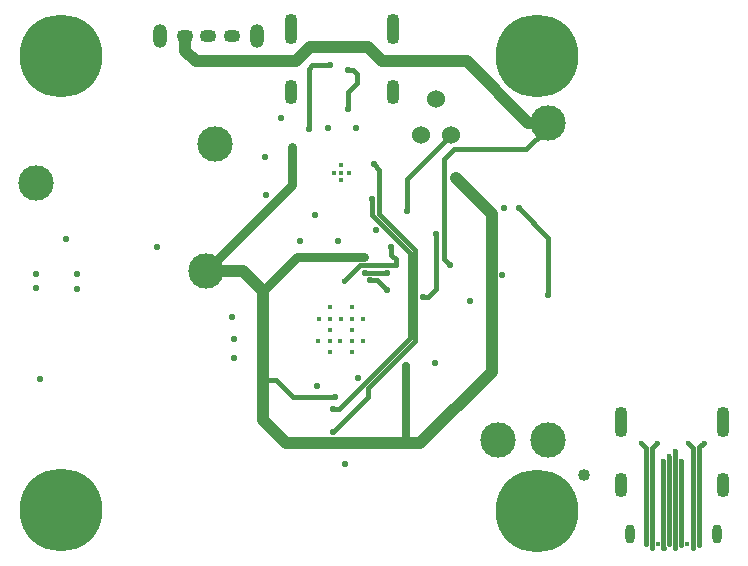
<source format=gbr>
%FSTAX23Y23*%
%MOIN*%
%SFA1B1*%

%IPPOS*%
%ADD43C,0.015000*%
%ADD44C,0.030000*%
%ADD45C,0.040000*%
%ADD49C,0.025000*%
%ADD52C,0.060000*%
%ADD53O,0.031496X0.062992*%
%ADD54C,0.275591*%
%ADD55O,0.043307X0.082677*%
%ADD56O,0.043307X0.102362*%
%ADD57O,0.047240X0.078740*%
%ADD58O,0.055118X0.043307*%
%ADD59C,0.118110*%
%ADD60C,0.023000*%
%ADD61C,0.016000*%
%ADD62C,0.028000*%
%ADD63C,0.040000*%
%LNpcb_power_measurement_copper_signal_bot-1*%
%LPD*%
G54D43*
X03623Y02451D02*
Y02735D01*
X03387Y02215D02*
X03623Y02451D01*
X03368Y02215D02*
X03387D01*
X04588Y01763D02*
Y02088D01*
X04603Y02103*
X04568Y01753D02*
Y02086D01*
X04552Y02103D02*
X04568Y02086D01*
X03615Y02875D02*
Y02983D01*
X03762Y0313*
X03577Y02694D02*
Y02715D01*
X03562Y0273D02*
X03577Y02715D01*
X03562Y0273D02*
Y02756D01*
X03496Y02861D02*
X03623Y02735D01*
X03522Y02865D02*
X03642Y02745D01*
X03522Y02865D02*
Y03013D01*
X03642Y02442D02*
Y02745D01*
X03496Y02861D02*
Y02917D01*
X03456Y02694D02*
X03577D01*
X03738Y03049D02*
X03771Y03083D01*
X03738Y02715D02*
Y03049D01*
X04012Y03083D02*
X04076Y03147D01*
X03771Y03083D02*
X04012D01*
X03484Y02285D02*
X03642Y02442D01*
X03668Y02589D02*
X03685D01*
X03476Y0267D02*
X03548D01*
X03549Y02669*
X03403Y02641D02*
X03456Y02694D01*
X03475Y02668D02*
X03476Y0267D01*
X03484Y02257D02*
Y02285D01*
X03368Y0214D02*
X03484Y02257D01*
X03503Y03032D02*
X03522Y03013D01*
X03492Y02647D02*
X03492Y02646D01*
X03514*
X03548Y02613*
X03711Y02615D02*
Y02798D01*
X03685Y02589D02*
X03711Y02615D01*
X03738Y02715D02*
X03758Y02695D01*
X04085Y02595D02*
Y02786D01*
X03987Y02884D02*
X04085Y02786D01*
X04394Y02102D02*
Y02103D01*
X04469Y01751D02*
Y02043D01*
Y01751D02*
X0447Y01751D01*
X04489Y01765D02*
X04489Y01765D01*
X04469Y02043D02*
X04469D01*
X04489Y01765D02*
Y02057D01*
X0443Y01755D02*
Y02086D01*
X04446Y02102*
X0441Y01765D02*
Y02086D01*
X04394Y02102D02*
X0441Y02086D01*
X0443Y01751D02*
Y01755D01*
X04446Y02102D02*
Y02103D01*
X0443Y01755D02*
X0443Y01755D01*
X04528Y01761D02*
Y02042D01*
X04509Y01751D02*
Y02073D01*
X04489Y02057D02*
X04489Y02057D01*
X04509Y02073D02*
X04509Y02074D01*
X03233Y02257D02*
X03374D01*
X03179Y02311D02*
X03233Y02257D01*
X03135Y02311D02*
X03179D01*
X03298Y03361D02*
X03357D01*
X03287Y0335D02*
X03298Y03361D01*
X03287Y03148D02*
Y0335D01*
X03417Y03273D02*
X03446Y03303D01*
X03417Y03215D02*
Y03273D01*
X03446Y03303D02*
Y03332D01*
X03433Y03346D02*
X03446Y03332D01*
X03417Y03346D02*
X03433D01*
G54D44*
X03249Y02723D02*
X03471D01*
X03135Y02609D02*
X03249Y02723D01*
X02945Y02677D02*
X03232Y02963D01*
Y03089*
G54D45*
X03896Y02577D02*
Y02867D01*
Y02338D02*
Y02577D01*
X03212Y02101D02*
X03612D01*
X03659*
X04076Y03169D02*
Y0317D01*
X04076Y03169D02*
X04082Y03164D01*
X04076Y03147D02*
Y03169D01*
Y0317D02*
X04076Y03169D01*
X04085*
X04076D02*
X04076D01*
X04018D02*
X04076D01*
X03776Y02987D02*
X03896Y02867D01*
X0291Y03374D02*
X03243D01*
X02874Y03409D02*
X0291Y03374D01*
X02874Y03409D02*
Y03459D01*
X03813Y03374D02*
X04018Y03169D01*
X03532Y03374D02*
X03813D01*
X03484Y03422D02*
X03532Y03374D01*
X03291Y03422D02*
X03484D01*
X03243Y03374D02*
X03291Y03422D01*
X03067Y02677D02*
X03135Y02609D01*
Y02311D02*
Y02609D01*
X02945Y02677D02*
X03067D01*
X03659Y02101D02*
X03896Y02338D01*
X03135Y02178D02*
X03212Y02101D01*
X03135Y02178D02*
Y02311D01*
G54D49*
X03612Y02106D02*
Y02358D01*
G54D52*
X03662Y0313D03*
X03762D03*
X0371Y0325D03*
G54D53*
X04649Y018D03*
X04358D03*
G54D54*
X02461Y0188D03*
X04049Y01875D03*
Y03393D03*
X02461D03*
G54D55*
X04328Y01962D03*
X04669D03*
X03567Y03272D03*
X03227D03*
G54D56*
X04329Y02173D03*
X04669D03*
X03568Y03482D03*
X03228D03*
G54D57*
X02791Y03459D03*
X03114D03*
G54D58*
X03031Y03459D03*
X02874D03*
X02952D03*
G54D59*
X02975Y031D03*
X03918Y02111D03*
X02945Y02677D03*
X02376Y02969D03*
X04085Y02111D03*
Y03169D03*
G54D60*
X03615Y02875D03*
X03562Y02756D03*
X03577Y02694D03*
X03668Y02589D03*
X03549Y02669D03*
X03475Y02668D03*
X03776Y02987D03*
X03232Y03089D03*
X02514Y02617D03*
Y02667D03*
X02376Y02619D03*
Y02667D03*
X02477Y02782D03*
X02392Y02316D03*
X03503Y03032D03*
X03492Y02647D03*
X03548Y02613D03*
X03711Y02798D03*
X04085Y02595D03*
X03987Y02884D03*
X03939Y02885D03*
X03758Y02695D03*
X03512Y02812D03*
X03932Y02663D03*
X03895Y02577D03*
X03823Y02574D03*
X03896Y02822D03*
X03407Y02032D03*
X03374Y02257D03*
X03709Y02368D03*
X03452Y02319D03*
X03037Y02385D03*
Y0245D03*
X0303Y02522D03*
X03357Y03361D03*
X03313Y02291D03*
X03287Y03148D03*
X03417Y03215D03*
X03444Y03152D03*
X0335D03*
X02781Y02757D03*
X03144Y02928D03*
X03142Y03057D03*
X03193Y03184D03*
X03307Y02862D03*
X03385Y02775D03*
X03259D03*
X03496Y02917D03*
X03368Y0214D03*
Y02215D03*
X03612Y02358D03*
X03417Y03346D03*
G54D61*
X03403Y02641D03*
X04394Y02103D03*
X04568Y01751D03*
X0447D03*
X04489Y01765D03*
X0441Y01765D03*
X0443Y01751D03*
X04529Y01761D03*
X04549Y01765D03*
X0445Y01765D03*
X04509Y01751D03*
X04528Y02042D03*
X04588Y01763D03*
X04469Y02043D03*
X04489Y02058D03*
X04603Y02103D03*
X04509Y02074D03*
X04446Y02103D03*
X04552D03*
X03357Y02516D03*
X0343D03*
X0332D03*
X03319Y02443D03*
X03357D03*
X0343D03*
X03392D03*
X03466D03*
X0343Y02406D03*
Y02479D03*
X03357Y02556D03*
X0343Y02555D03*
X03466Y02516D03*
X03393D03*
X03357Y02479D03*
Y02406D03*
X0337Y03003D03*
X03395Y02978D03*
Y03028D03*
X0342Y03003D03*
X03395D03*
G54D62*
X03471Y02723D03*
G54D63*
X04203Y01995D03*
X03135Y02311D03*
M02*
</source>
